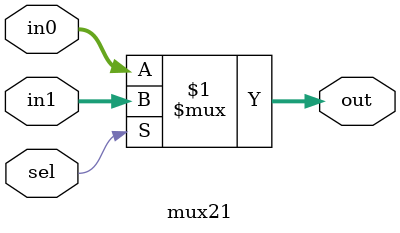
<source format=sv>
module mux21(
  input  logic [3:0] in0,
  input  logic [3:0] in1,
  input  logic       sel,
  output logic [3:0] out
);

assign out = sel? in1: in0;

endmodule: mux21

</source>
